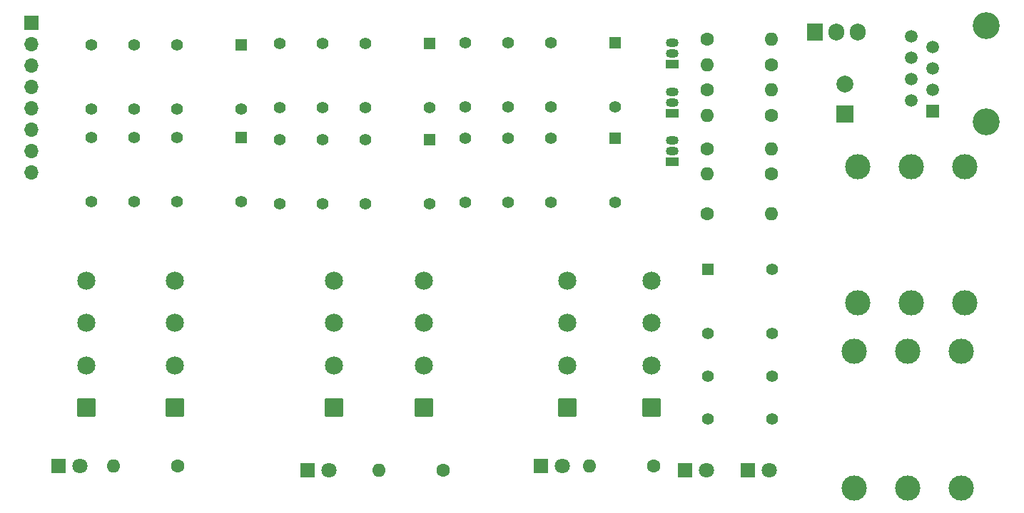
<source format=gbr>
%TF.GenerationSoftware,KiCad,Pcbnew,7.0.9*%
%TF.CreationDate,2024-06-30T00:15:25-04:00*%
%TF.ProjectId,Loop Board 3 Jackless Input,4c6f6f70-2042-46f6-9172-642033204a61,rev?*%
%TF.SameCoordinates,Original*%
%TF.FileFunction,Soldermask,Bot*%
%TF.FilePolarity,Negative*%
%FSLAX46Y46*%
G04 Gerber Fmt 4.6, Leading zero omitted, Abs format (unit mm)*
G04 Created by KiCad (PCBNEW 7.0.9) date 2024-06-30 00:15:25*
%MOMM*%
%LPD*%
G01*
G04 APERTURE LIST*
G04 Aperture macros list*
%AMRoundRect*
0 Rectangle with rounded corners*
0 $1 Rounding radius*
0 $2 $3 $4 $5 $6 $7 $8 $9 X,Y pos of 4 corners*
0 Add a 4 corners polygon primitive as box body*
4,1,4,$2,$3,$4,$5,$6,$7,$8,$9,$2,$3,0*
0 Add four circle primitives for the rounded corners*
1,1,$1+$1,$2,$3*
1,1,$1+$1,$4,$5*
1,1,$1+$1,$6,$7*
1,1,$1+$1,$8,$9*
0 Add four rect primitives between the rounded corners*
20,1,$1+$1,$2,$3,$4,$5,0*
20,1,$1+$1,$4,$5,$6,$7,0*
20,1,$1+$1,$6,$7,$8,$9,0*
20,1,$1+$1,$8,$9,$2,$3,0*%
G04 Aperture macros list end*
%ADD10R,1.400000X1.400000*%
%ADD11C,1.400000*%
%ADD12R,1.700000X1.700000*%
%ADD13O,1.700000X1.700000*%
%ADD14R,1.500000X1.050000*%
%ADD15O,1.500000X1.050000*%
%ADD16RoundRect,0.102000X0.975000X-0.975000X0.975000X0.975000X-0.975000X0.975000X-0.975000X-0.975000X0*%
%ADD17C,2.154000*%
%ADD18C,3.200000*%
%ADD19R,1.500000X1.500000*%
%ADD20C,1.500000*%
%ADD21R,1.800000X1.800000*%
%ADD22C,1.800000*%
%ADD23C,1.600000*%
%ADD24O,1.600000X1.600000*%
%ADD25C,3.000000*%
%ADD26R,1.905000X2.000000*%
%ADD27O,1.905000X2.000000*%
%ADD28R,2.000000X2.000000*%
%ADD29C,2.000000*%
G04 APERTURE END LIST*
D10*
%TO.C,Right3*%
X148380000Y-42975000D03*
D11*
X140760000Y-42975000D03*
X135680000Y-42975000D03*
X130600000Y-42975000D03*
X130600000Y-50595000D03*
X135680000Y-50595000D03*
X140760000Y-50595000D03*
X148380000Y-50595000D03*
%TD*%
D12*
%TO.C,J2*%
X123500000Y-40340000D03*
D13*
X123500000Y-42880000D03*
X123500000Y-45420000D03*
X123500000Y-47960000D03*
X123500000Y-50500000D03*
X123500000Y-53040000D03*
X123500000Y-55580000D03*
X123500000Y-58120000D03*
%TD*%
D14*
%TO.C,QL3*%
X199500000Y-56835000D03*
D15*
X199500000Y-55565000D03*
X199500000Y-54295000D03*
%TD*%
D16*
%TO.C,Return2*%
X159400000Y-86000000D03*
D17*
X159400000Y-81000000D03*
X159400000Y-76000000D03*
X159400000Y-71000000D03*
%TD*%
D18*
%TO.C,J1*%
X236750000Y-52052500D03*
X236750000Y-40622500D03*
D19*
X230400000Y-50782500D03*
D20*
X227860000Y-49512500D03*
X230400000Y-48242500D03*
X227860000Y-46972500D03*
X230400000Y-45702500D03*
X227860000Y-44432500D03*
X230400000Y-43162500D03*
X227860000Y-41892500D03*
%TD*%
D21*
%TO.C,D2*%
X156225000Y-93500000D03*
D22*
X158765000Y-93500000D03*
%TD*%
D23*
%TO.C,LeftPD2*%
X203690000Y-48295000D03*
D24*
X211310000Y-48295000D03*
%TD*%
D16*
%TO.C,Send3*%
X140537500Y-86000000D03*
D17*
X140537500Y-81000000D03*
X140537500Y-76000000D03*
X140537500Y-71000000D03*
%TD*%
D25*
%TO.C,R1*%
X227915000Y-57385000D03*
X227915000Y-73615000D03*
X234265000Y-57385000D03*
X234265000Y-73615000D03*
X221565000Y-57385000D03*
X221565000Y-73615000D03*
%TD*%
D10*
%TO.C,Left/Mono3*%
X148380000Y-53975000D03*
D11*
X140760000Y-53975000D03*
X135680000Y-53975000D03*
X130600000Y-53975000D03*
X130600000Y-61595000D03*
X135680000Y-61595000D03*
X140760000Y-61595000D03*
X148380000Y-61595000D03*
%TD*%
D26*
%TO.C,U1*%
X216460000Y-41445000D03*
D27*
X219000000Y-41445000D03*
X221540000Y-41445000D03*
%TD*%
D23*
%TO.C,LeftPD3*%
X203690000Y-55295000D03*
D24*
X211310000Y-55295000D03*
%TD*%
D23*
%TO.C,RLed1*%
X197310000Y-93000000D03*
D24*
X189690000Y-93000000D03*
%TD*%
D21*
%TO.C,D4*%
X201000000Y-93500000D03*
D22*
X203540000Y-93500000D03*
%TD*%
D14*
%TO.C,QL2*%
X199500000Y-51045000D03*
D15*
X199500000Y-49775000D03*
X199500000Y-48505000D03*
%TD*%
D23*
%TO.C,LGate3*%
X211310000Y-58295000D03*
D24*
X203690000Y-58295000D03*
%TD*%
D16*
%TO.C,Send2*%
X170037500Y-86000000D03*
D17*
X170037500Y-81000000D03*
X170037500Y-76000000D03*
X170037500Y-71000000D03*
%TD*%
D10*
%TO.C,Left/Mono1*%
X192700000Y-54032500D03*
D11*
X185080000Y-54032500D03*
X180000000Y-54032500D03*
X174920000Y-54032500D03*
X174920000Y-61652500D03*
X180000000Y-61652500D03*
X185080000Y-61652500D03*
X192700000Y-61652500D03*
%TD*%
D14*
%TO.C,QL1*%
X199500000Y-45255000D03*
D15*
X199500000Y-43985000D03*
X199500000Y-42715000D03*
%TD*%
D25*
%TO.C,L/Mono1*%
X227415000Y-79385000D03*
X227415000Y-95615000D03*
X233765000Y-79385000D03*
X233765000Y-95615000D03*
X221065000Y-79385000D03*
X221065000Y-95615000D03*
%TD*%
D10*
%TO.C,Right1*%
X192700000Y-42675000D03*
D11*
X185080000Y-42675000D03*
X180000000Y-42675000D03*
X174920000Y-42675000D03*
X174920000Y-50295000D03*
X180000000Y-50295000D03*
X185080000Y-50295000D03*
X192700000Y-50295000D03*
%TD*%
D16*
%TO.C,Return3*%
X130037500Y-86000000D03*
D17*
X130037500Y-81000000D03*
X130037500Y-76000000D03*
X130037500Y-71000000D03*
%TD*%
D10*
%TO.C,InputRelay1*%
X203737500Y-69642500D03*
D11*
X203737500Y-77262500D03*
X203737500Y-82342500D03*
X203737500Y-87422500D03*
X211357500Y-87422500D03*
X211357500Y-82342500D03*
X211357500Y-77262500D03*
X211357500Y-69642500D03*
%TD*%
D23*
%TO.C,LGate2*%
X211310000Y-51295000D03*
D24*
X203690000Y-51295000D03*
%TD*%
D23*
%TO.C,LGate1*%
X211310000Y-45295000D03*
D24*
X203690000Y-45295000D03*
%TD*%
D21*
%TO.C,D3*%
X126725000Y-93000000D03*
D22*
X129265000Y-93000000D03*
%TD*%
D16*
%TO.C,Return1*%
X187037500Y-86000000D03*
D17*
X187037500Y-81000000D03*
X187037500Y-76000000D03*
X187037500Y-71000000D03*
%TD*%
D16*
%TO.C,Send1*%
X197037500Y-86000000D03*
D17*
X197037500Y-81000000D03*
X197037500Y-76000000D03*
X197037500Y-71000000D03*
%TD*%
D21*
%TO.C,D1*%
X183960000Y-93000000D03*
D22*
X186500000Y-93000000D03*
%TD*%
D28*
%TO.C,C1*%
X220000000Y-51117677D03*
D29*
X220000000Y-47617677D03*
%TD*%
D23*
%TO.C,LeftPD1*%
X203690000Y-42295000D03*
D24*
X211310000Y-42295000D03*
%TD*%
D10*
%TO.C,Left/Mono2*%
X170737500Y-54237500D03*
D11*
X163117500Y-54237500D03*
X158037500Y-54237500D03*
X152957500Y-54237500D03*
X152957500Y-61857500D03*
X158037500Y-61857500D03*
X163117500Y-61857500D03*
X170737500Y-61857500D03*
%TD*%
D21*
%TO.C,D5*%
X208500000Y-93500000D03*
D22*
X211040000Y-93500000D03*
%TD*%
D10*
%TO.C,Right2*%
X170737500Y-42737500D03*
D11*
X163117500Y-42737500D03*
X158037500Y-42737500D03*
X152957500Y-42737500D03*
X152957500Y-50357500D03*
X158037500Y-50357500D03*
X163117500Y-50357500D03*
X170737500Y-50357500D03*
%TD*%
D23*
%TO.C,RLed3*%
X140810000Y-93000000D03*
D24*
X133190000Y-93000000D03*
%TD*%
D23*
%TO.C,RLed4*%
X203690000Y-63000000D03*
D24*
X211310000Y-63000000D03*
%TD*%
D23*
%TO.C,RLed2*%
X172310000Y-93500000D03*
D24*
X164690000Y-93500000D03*
%TD*%
M02*

</source>
